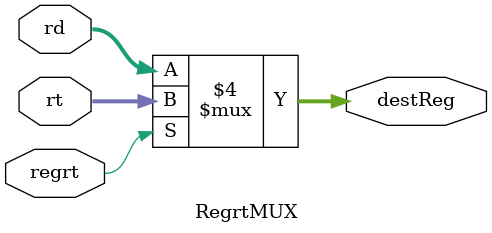
<source format=v>
`timescale 1ns / 1ps


module RegrtMUX(
    input [4:0] rt, // input rt, 5 bits (20:16 of dinstOut)
    input [4:0] rd, // input rd, 5 bits (15:11 of dinstOut)
    input regrt, // input regrt, 1 bit
    
    output reg [4:0] destReg // output destReg, 5 bits
);
    always @(*)
    begin
        if (regrt == 1'b0) // if regrt = 0, then use rd for output
            destReg <= rd;
        else                    // if regrt = 1, then use rt for output
            destReg <= rt;
    end
    
endmodule

</source>
